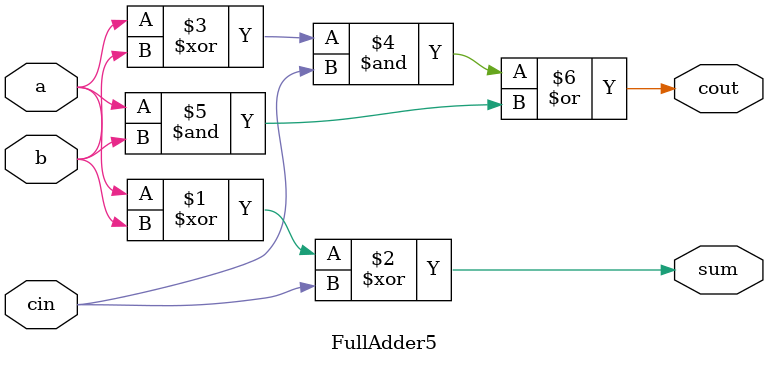
<source format=v>
module FullAdder5 (a, b, cin, sum, cout);
input a, b, cin;
output sum, cout;
	assign sum = a ^ b ^ cin;
	assign cout  = ((a^b)&cin) | (a&b);	// carry = (a xor b)cin + ab
endmodule
</source>
